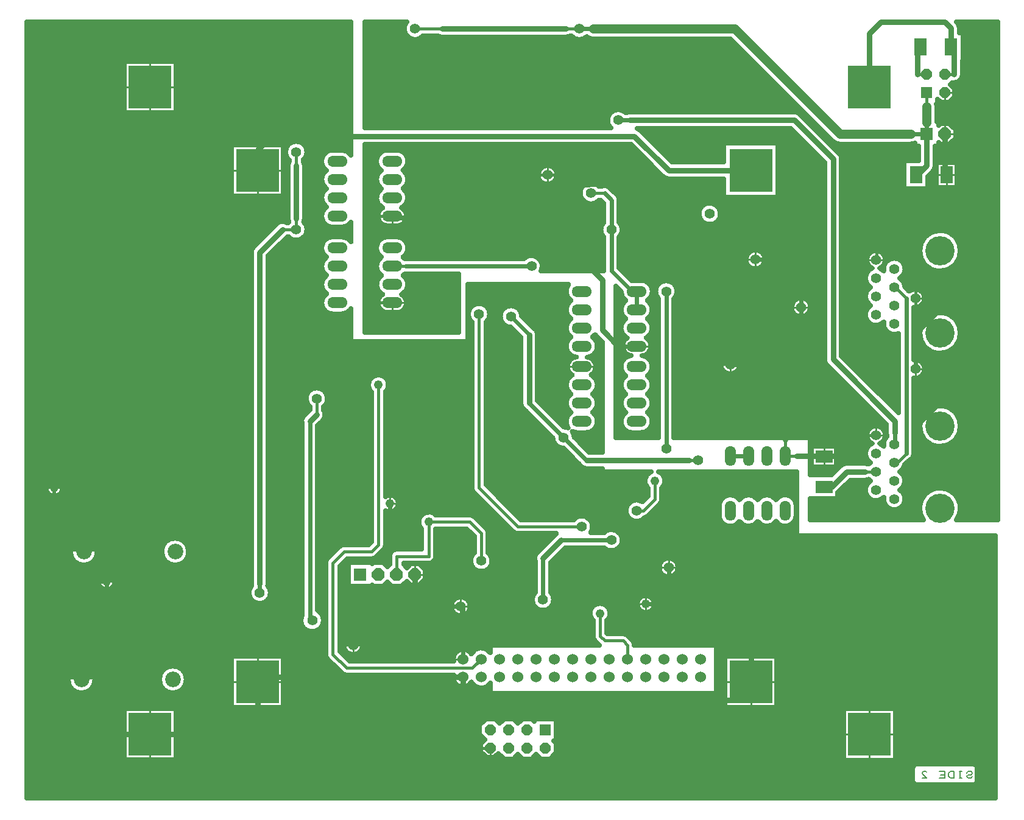
<source format=gbl>
%FSLAX23Y23*%
%MOIN*%
G04 EasyPC Gerber Version 14.0.2 Build 2922 *
%AMT73*0 Octagon Pad at angle 0*4,1,8,-0.01243,-0.03000,0.01243,-0.03000,0.03000,-0.01243,0.03000,0.01243,0.01243,0.03000,-0.01243,0.03000,-0.03000,0.01243,-0.03000,-0.01243,-0.01243,-0.03000,0*%
%ADD73T73*%
%AMT29*0 Octagon Pad at angle 0*4,1,8,-0.01450,-0.03500,0.01450,-0.03500,0.03500,-0.01450,0.03500,0.01450,0.01450,0.03500,-0.01450,0.03500,-0.03500,0.01450,-0.03500,-0.01450,-0.01450,-0.03500,0*%
%ADD29T29*%
%ADD84O,0.06000X0.11000*%
%ADD88R,0.06988X0.09252*%
%ADD72R,0.06000X0.06000*%
%ADD28R,0.07000X0.07000*%
%ADD25R,0.23622X0.23622*%
%ADD16C,0.00787*%
%ADD12C,0.01000*%
%ADD101C,0.01500*%
%ADD138C,0.01969*%
%ADD14C,0.02362*%
%ADD137C,0.02500*%
%ADD100C,0.03000*%
%ADD26C,0.04800*%
%ADD103C,0.05000*%
%ADD89C,0.05543*%
%ADD99C,0.05600*%
%ADD27C,0.06000*%
%ADD82O,0.11000X0.06000*%
%ADD87R,0.09252X0.06988*%
%ADD98C,0.08600*%
%ADD90C,0.16000*%
X0Y0D02*
D02*
D12*
X246Y1815D02*
X219D01*
X265Y1796D02*
Y1769D01*
Y1834D02*
Y1861D01*
X284Y1815D02*
X312D01*
X534Y1303D02*
X506D01*
X553Y1284D02*
Y1256D01*
Y1322D02*
Y1349D01*
X572Y1303D02*
X599D01*
X677Y465D02*
X649D01*
X677Y4008D02*
X649D01*
X790Y352D02*
Y324D01*
Y578D02*
Y606D01*
Y3895D02*
Y3868D01*
Y4122D02*
Y4149D01*
X903Y465D02*
X931D01*
X903Y4008D02*
X931D01*
X1264Y753D02*
X1237D01*
X1264Y3553D02*
X1237D01*
X1378Y639D02*
Y612D01*
Y866D02*
Y893D01*
Y3439D02*
Y3412D01*
Y3666D02*
Y3693D01*
X1491Y753D02*
X1518D01*
X1491Y3553D02*
X1518D01*
X1880Y953D02*
X1852D01*
X1903Y930D02*
Y902D01*
Y976D02*
Y1003D01*
X1925Y953D02*
X1953D01*
X2065Y2828D02*
X2038D01*
X2065Y3303D02*
X2038D01*
X2103Y1709D02*
Y1681D01*
Y1747D02*
Y1774D01*
X2115Y2803D02*
Y2775D01*
Y3278D02*
Y3250D01*
X2122Y1728D02*
X2149D01*
X2165Y2828D02*
X2192D01*
X2165Y3303D02*
X2192D01*
X2240Y1310D02*
Y1283D01*
Y1370D02*
Y1398D01*
X2270Y1340D02*
X2297D01*
X2467Y1165D02*
X2439D01*
X2478Y778D02*
X2450D01*
X2478Y877D02*
X2450D01*
X2490Y1142D02*
Y1115D01*
Y1188D02*
Y1216D01*
X2503Y753D02*
Y725D01*
Y903D02*
Y930D01*
X2513Y1165D02*
X2541D01*
X2628Y390D02*
X2600D01*
X2653Y365D02*
Y338D01*
X2942Y3528D02*
X2915D01*
X2965Y3505D02*
Y3477D01*
Y3551D02*
Y3578D01*
X2988Y3528D02*
X3015D01*
X3103Y2478D02*
X3075D01*
X3203D02*
X3230D01*
X3403Y2590D02*
X3375D01*
X3484Y1178D02*
X3456D01*
X3503Y1159D02*
Y1131D01*
Y1197D02*
Y1224D01*
Y2590D02*
X3530D01*
X3522Y1178D02*
X3549D01*
X3605Y1378D02*
X3577D01*
X3628Y1355D02*
Y1327D01*
Y1401D02*
Y1428D01*
X3651Y1378D02*
X3678D01*
X3942Y2490D02*
X3914D01*
X3964Y753D02*
X3937D01*
X3965Y2467D02*
Y2439D01*
Y2513D02*
Y2541D01*
X3988Y2490D02*
X4016D01*
X4078Y639D02*
Y612D01*
Y866D02*
Y893D01*
X4080Y3065D02*
X4052D01*
X4103Y3042D02*
Y3015D01*
Y3088D02*
Y3116D01*
X4126Y3065D02*
X4153D01*
X4191Y753D02*
X4218D01*
X4330Y2803D02*
X4302D01*
X4353Y2780D02*
Y2752D01*
Y2826D02*
Y2853D01*
X4376Y2803D02*
X4403D01*
X4436Y1986D02*
X4409D01*
X4478Y1956D02*
Y1928D01*
Y2016D02*
Y2043D01*
X4519Y1986D02*
X4546D01*
X4614Y464D02*
X4586D01*
X4727Y351D02*
Y323D01*
Y577D02*
Y605D01*
X4740Y2103D02*
X4712D01*
X4740Y3063D02*
X4712D01*
X4763Y2125D02*
Y2153D01*
Y3085D02*
Y3113D01*
X4785Y2103D02*
X4813D01*
X4785Y3063D02*
X4813D01*
X4840Y464D02*
X4868D01*
X4978Y2442D02*
Y2415D01*
Y2488D02*
Y2516D01*
Y2830D02*
Y2802D01*
Y2876D02*
Y2903D01*
X5001Y2465D02*
X5028D01*
X5001Y2853D02*
X5028D01*
X5118Y3528D02*
X5091D01*
X5140Y3723D02*
Y3695D01*
Y3783D02*
Y3810D01*
Y3953D02*
Y3925D01*
X5148Y3486D02*
Y3459D01*
Y3569D02*
Y3596D01*
X5165Y3978D02*
X5193D01*
X5170Y3753D02*
X5198D01*
X5178Y3528D02*
X5206D01*
D02*
D14*
X403Y1303D02*
X553D01*
Y465*
X1390Y1240D02*
Y1290D01*
X1678Y1090D02*
X1665D01*
Y2178*
X1828Y1240D02*
Y1378D01*
X1878Y1428*
X2015*
X2103Y1515*
Y1728*
X1903Y953D02*
Y1053D01*
Y1165*
X2190Y3028D02*
X2878D01*
X2240Y1165D02*
X1903D01*
X2490D02*
X2240D01*
X2503D02*
Y877D01*
X2865Y2653D02*
X2765Y2753D01*
X2940Y1202D02*
Y1428D01*
X3015Y3528D02*
X3103Y3440D01*
X3040Y1528D02*
X3315D01*
X3053Y2090D02*
X2865Y2278D01*
X3178Y1965D02*
X3053Y2090D01*
X3215Y4328D02*
X3140D01*
X3278Y3428D02*
X3315Y3390D01*
Y3228*
Y3003*
X3428Y2890*
X3453*
X3353Y2590D02*
X3453D01*
X3415Y3828D02*
X3353D01*
X3453Y2890D02*
Y2790D01*
X3615Y2890D02*
Y2028D01*
X3628Y1378D02*
Y1228D01*
X3965Y1178D02*
X3503D01*
X3965Y2490D02*
X4265D01*
X4065Y1990D02*
X3965D01*
X4103Y3065D02*
X4278D01*
X4353Y2553D02*
Y2803D01*
Y2990D02*
Y2803D01*
X4865Y2053D02*
Y2115D01*
X4928Y2003D02*
Y2853D01*
X4978Y2465D02*
Y2528D01*
X5040Y3753D02*
X4953D01*
X5040Y3815D02*
Y3753D01*
D02*
D16*
X5290Y234D02*
X5287Y228D01*
X5281Y224*
X5268*
X5262Y228*
X5259Y234*
X5262Y240*
X5268Y243*
X5281*
X5287Y246*
X5290Y253*
X5287Y259*
X5281Y262*
X5268*
X5262Y259*
X5259Y253*
X5231Y224D02*
X5218D01*
X5224D02*
Y262D01*
X5231D02*
X5218D01*
X5190Y224D02*
Y262D01*
X5171*
X5165Y259*
X5162Y256*
X5159Y249*
Y237*
X5162Y231*
X5165Y228*
X5171Y224*
X5190*
X5140D02*
Y262D01*
X5109*
X5115Y243D02*
X5140D01*
Y224D02*
X5109D01*
X5015D02*
X5040D01*
X5018Y246*
X5015Y253*
X5018Y259*
X5024Y262*
X5034*
X5040Y259*
D02*
D25*
X790Y465D03*
Y4008D03*
X1378Y753D03*
Y3553D03*
X4078Y753D03*
Y3553D03*
X4727Y464D03*
Y4008D03*
D02*
D26*
X265Y1815D03*
X553Y1303D03*
X2040Y2378D03*
X2103Y1728D03*
X2315Y1628D03*
X3253Y1127D03*
X3503Y1178D03*
X3553Y1853D03*
D02*
D27*
X2503Y778D03*
Y877D03*
X2603Y778D03*
Y877D03*
X2703Y778D03*
Y877D03*
X2803Y778D03*
Y877D03*
X2903Y778D03*
Y877D03*
X3003Y778D03*
Y877D03*
X3103Y778D03*
Y877D03*
X3203Y778D03*
Y877D03*
X3303Y778D03*
Y877D03*
X3403Y778D03*
Y877D03*
X3503Y778D03*
Y877D03*
X3603Y778D03*
Y877D03*
X3703Y778D03*
Y877D03*
X3803Y778D03*
Y877D03*
D02*
D28*
X1940Y1340D03*
X5040Y3753D03*
D02*
D29*
X2040Y1340D03*
X2140D03*
X2240D03*
X5140Y3753D03*
D02*
D72*
X2953Y490D03*
X5040Y3978D03*
D02*
D73*
X2653Y390D03*
Y490D03*
X2753Y390D03*
Y490D03*
X2853Y390D03*
Y490D03*
X2953Y390D03*
X5040Y4078D03*
X5140Y3978D03*
Y4078D03*
D02*
D82*
X1815Y2828D03*
Y2928D03*
Y3028D03*
Y3128D03*
Y3303D03*
Y3403D03*
Y3503D03*
Y3603D03*
X2115Y2828D03*
Y2928D03*
Y3028D03*
Y3128D03*
Y3303D03*
Y3403D03*
Y3503D03*
Y3603D03*
X3153Y2178D03*
Y2278D03*
Y2378D03*
Y2478D03*
Y2590D03*
Y2690D03*
Y2790D03*
Y2890D03*
X3453Y2178D03*
Y2278D03*
Y2378D03*
Y2478D03*
Y2590D03*
Y2690D03*
Y2790D03*
Y2890D03*
D02*
D84*
X3965Y1690D03*
Y1990D03*
X4065Y1690D03*
Y1990D03*
X4165Y1690D03*
Y1990D03*
X4265Y1690D03*
Y1990D03*
D02*
D87*
X4478Y1819D03*
Y1986D03*
D02*
D88*
X4982Y3528D03*
X5007Y4228D03*
X5148Y3528D03*
X5173Y4228D03*
D02*
D89*
X4763Y1803D03*
Y1903D03*
Y2003D03*
Y2103D03*
Y2763D03*
Y2863D03*
Y2963D03*
Y3063D03*
X4863Y1753D03*
Y1853D03*
Y1953D03*
Y2053D03*
Y2713D03*
Y2813D03*
Y2913D03*
Y3013D03*
D02*
D90*
X5113Y1703D03*
Y2153D03*
Y2663D03*
Y3113D03*
D02*
D98*
X415Y765D03*
X428Y1465D03*
X915Y765D03*
X928Y1465D03*
D02*
D99*
X1390Y1240D03*
X1590Y3228D03*
Y3653D03*
X1678Y1090D03*
X1703Y2303D03*
X1903Y953D03*
X2240Y4328D03*
X2490Y1165D03*
X2590Y2765D03*
X2603Y1415D03*
X2765Y2753D03*
X2878Y3028D03*
X2940Y1202D03*
X2965Y3528D03*
X3053Y2090D03*
X3140Y4328D03*
X3153Y1603D03*
X3203Y3428D03*
X3315Y1528D03*
Y3228D03*
X3353Y3828D03*
X3453Y1690D03*
X3615Y2028D03*
Y2890D03*
X3628Y1378D03*
X3790Y1965D03*
X3853Y3315D03*
X3965Y2490D03*
X4103Y3065D03*
X4353Y2803D03*
X4978Y2465D03*
Y2853D03*
D02*
D100*
X265Y1440D02*
X403Y1303D01*
X553Y465D02*
X790D01*
X1378*
Y753*
X1390Y1290D02*
Y3103D01*
X1515Y3228*
X1590Y3290D02*
Y3578D01*
X1665Y2178D02*
X1703Y2215D01*
X1903Y1165D02*
X1828Y1240D01*
X2015Y2828D02*
X1965Y2878D01*
Y3253*
X2015Y3303*
X2240Y1340D02*
Y1165D01*
X2503Y653D02*
Y440D01*
X2553Y390*
X2503Y653D02*
Y778D01*
X1378*
Y753*
X2865Y2278D02*
Y2653D01*
X2915Y3528D02*
X2678D01*
X2440Y3290*
X2940Y1428D02*
X3040Y1528D01*
X3065Y4328D02*
X2390D01*
X3103Y3440D02*
Y3115D01*
X3265Y2953*
Y2678*
X3353Y2590*
X3628Y1228D02*
X3578Y1178D01*
X3740Y1965D02*
X3178D01*
X4078Y753D02*
Y653D01*
X2503*
X4078Y753D02*
Y1065D01*
X3965Y1178*
X4078Y3553D02*
X3628D01*
X3440Y3740*
X1453*
X1378Y3665*
Y3553*
X4265Y2078D02*
Y2490D01*
X4290*
X4353Y2553*
X4278Y3065D02*
X4353Y2990D01*
X4328Y1990D02*
X4540D01*
X4653Y2103*
X4703*
Y1903D02*
X4603D01*
X4519Y1819*
X4727Y4008D02*
Y4302D01*
X4790Y4365*
X5140*
X5173Y4332*
Y4228*
X4865Y2115D02*
Y2180D01*
X4528Y2518*
Y3615*
X4315Y3828*
X3415*
X4978Y2528D02*
Y2803D01*
Y2903D02*
Y3115D01*
X4928Y3165*
X4815*
X4765Y3115*
X5007Y4228D02*
X4990D01*
Y4078*
X5040Y3753D02*
Y3578D01*
X4990Y3528*
X4982*
X5140Y3753D02*
Y3528D01*
X5148*
X5173Y4228D02*
X5190D01*
Y4078*
D02*
D101*
X1515Y3228D02*
X1590D01*
Y3290*
Y3578D02*
Y3653D01*
X1703Y2215D02*
Y2303D01*
X2015Y3303D02*
X2115D01*
Y2828D02*
X2015D01*
X2115Y3028D02*
X2190D01*
X2315Y1628D02*
Y1440D01*
X2140*
Y1340*
X2390Y4328D02*
X2240D01*
X2440Y3290D02*
X2115D01*
Y3303*
X2490Y1165D02*
X2503D01*
X2553Y390D02*
X2653D01*
X2590Y2765D02*
Y1815D01*
X2803Y1603*
X3153*
X2603Y877D02*
X2553Y828D01*
X1865*
X1790Y903*
Y1403*
X1853Y1465*
X2003*
X2040Y1503*
Y2378*
X2603Y1415D02*
Y1565D01*
X2540Y1628*
X2315*
X2965Y3528D02*
X3015D01*
X2965D02*
X2915D01*
X3140Y4328D02*
X3065D01*
X3203Y3428D02*
X3278D01*
X3253Y1127D02*
Y1002D01*
X3278Y978*
X3378*
X3403Y953*
Y877*
X3453Y1690D02*
X3490D01*
X3553Y1753*
Y1853*
X3578Y1178D02*
X3503D01*
X3790Y1965D02*
X3740D01*
X4265Y1990D02*
X4328D01*
X4265D02*
Y2078D01*
X4519Y1819D02*
X4478D01*
X4703Y2103D02*
X4763D01*
Y1903D02*
X4703D01*
X4765Y3115D02*
Y3063D01*
X4763*
X4863Y1953D02*
X4878D01*
X4928Y2003*
X4863Y2053D02*
X4865D01*
X4928Y2853D02*
X4868Y2913D01*
X4863*
X4978Y2803D02*
Y2853D01*
Y2903*
X4990Y4078D02*
X5040D01*
Y3978D02*
Y3903D01*
X5190Y4078D02*
X5140D01*
D02*
D103*
X4953Y3753D02*
X4565D01*
X3990Y4328*
X3215*
X5040Y3903D02*
Y3815D01*
D02*
D137*
X1890Y2794D02*
G75*
G02X1840Y2767I-50J34D01*
G01*
X1790*
G75*
G02X1756Y2878J60*
G01*
G75*
G02Y2978I34J50*
G01*
G75*
G02Y3078I34J50*
G01*
G75*
G02X1790Y3188I34J50*
G01*
X1840*
G75*
G02X1890Y3161J-60*
G01*
Y3269*
G75*
G02X1840Y3242I-50J34*
G01*
X1790*
G75*
G02X1756Y3353J60*
G01*
G75*
G02Y3453I34J50*
G01*
G75*
G02Y3553I34J50*
G01*
G75*
G02X1790Y3663I34J50*
G01*
X1840*
G75*
G02X1890Y3636J-60*
G01*
Y4365*
X115*
Y115*
X5415*
Y1553*
X4328*
Y1903*
X3574*
G75*
G02X3590Y1813I-21J-50*
G01*
Y1753*
G75*
G02X3579Y1726I-38J0*
G01*
X3517Y1663*
G75*
G02X3498Y1653I-27J27*
G01*
G75*
G02X3394Y1690I-45J37*
G01*
G75*
G02X3485Y1739I58*
G01*
X3515Y1768*
Y1813*
G75*
G02X3531Y1903I38J39*
G01*
X3265*
Y1920*
X3178*
G75*
G02X3136Y1947J45*
G01*
X3051Y2032*
G75*
G02X2994Y2089I1J58*
G01*
X2847Y2236*
G75*
G02X2820Y2278I18J42*
G01*
Y2638*
X2764Y2694*
G75*
G02X2707Y2753I1J58*
G01*
G75*
G02X2823Y2754I58*
G01*
X2883Y2694*
G75*
G02X2910Y2653I-18J-42*
G01*
Y2292*
X3054Y2148*
G75*
G02X3078Y2142I-1J-58*
G01*
G75*
G02X3094Y2228I49J35*
G01*
G75*
G02Y2328I34J50*
G01*
G75*
G02X3101Y2432I34J50*
G01*
G75*
G02X3123Y2530I26J46*
G01*
G75*
G02X3094Y2640I5J60*
G01*
G75*
G02Y2740I34J50*
G01*
G75*
G02Y2840I34J50*
G01*
G75*
G02X3080Y2928I34J50*
G01*
X2528*
Y2615*
X1890*
Y2794*
X219Y1815D02*
G75*
G02X312I46D01*
G01*
G75*
G02X219I-46*
G01*
X488Y765D02*
G75*
G02X342I-73D01*
G01*
G75*
G02X488I73*
G01*
X501Y1465D02*
G75*
G02X354I-73D01*
G01*
G75*
G02X501I73*
G01*
X506Y1303D02*
G75*
G02X599I46D01*
G01*
G75*
G02X506I-46*
G01*
X649Y324D02*
Y606D01*
X931*
Y324*
X649*
Y3868D02*
Y4149D01*
X931*
Y3868*
X649*
X988Y765D02*
G75*
G02X842I-73D01*
G01*
G75*
G02X988I73*
G01*
X1001Y1465D02*
G75*
G02X854I-73D01*
G01*
G75*
G02X1001I73*
G01*
X1237Y612D02*
Y893D01*
X1518*
Y612*
X1237*
Y3412D02*
Y3693D01*
X1518*
Y3412*
X1237*
X1346Y1278D02*
G75*
G02X1345Y1290I44J12D01*
G01*
Y3103*
G75*
G02X1358Y3135I45J0*
G01*
X1483Y3260*
G75*
G02X1540Y3265I32J-32*
G01*
X1546*
G75*
G02X1550Y3270I44J-38*
G01*
G75*
G02X1545Y3290I41J20*
G01*
Y3578*
G75*
G02X1552Y3602I45*
G01*
Y3608*
G75*
G02X1532Y3653I38J44*
G01*
G75*
G02X1648I58*
G01*
G75*
G02X1628Y3608I-58*
G01*
Y3602*
G75*
G02X1635Y3578I-38J-25*
G01*
Y3290*
G75*
G02X1631Y3270I-45*
G01*
G75*
G02X1648Y3228I-41J-42*
G01*
G75*
G02X1546Y3190I-58*
G01*
X1541*
X1435Y3084*
Y1290*
G75*
G02X1434Y1278I-45*
G01*
G75*
G02X1448Y1240I-44J-38*
G01*
G75*
G02X1332I-58*
G01*
G75*
G02X1346Y1278I58*
G01*
X1623Y1118D02*
Y2161D01*
G75*
G02X1633Y2210I42J17*
G01*
X1665Y2241*
Y2258*
G75*
G02X1644Y2303I38J44*
G01*
G75*
G02X1761I58*
G01*
G75*
G02X1740Y2258I-58*
G01*
Y2240*
G75*
G02X1735Y2183I-38J-25*
G01*
X1707Y2156*
Y1144*
G75*
G02X1739Y1090I-30J-54*
G01*
G75*
G02X1616I-62*
G01*
G75*
G02X1623Y1118I62*
G01*
X1852Y953D02*
G75*
G02X1953I51D01*
G01*
G75*
G02X1852I-51*
G01*
X2002Y2338D02*
G75*
G02X1986Y2378I38J39D01*
G01*
G75*
G02X2094I54*
G01*
G75*
G02X2078Y2338I-54*
G01*
Y1767*
G75*
G02X2149Y1728I25J-39*
G01*
G75*
G02X2078Y1688I-46*
G01*
Y1503*
G75*
G02X2067Y1476I-38J0*
G01*
X2029Y1438*
G75*
G02X2003Y1427I-27J27*
G01*
X1868*
X1828Y1387*
Y918*
X1881Y865*
X2451*
G75*
G02X2450Y877I51J12*
G01*
G75*
G02X2548Y904I53*
G01*
G75*
G02X2653Y911I54J-26*
G01*
Y953*
X3249*
X3226Y976*
G75*
G02X3215Y1002I27J27*
G01*
Y1088*
G75*
G02X3198Y1127I38J39*
G01*
G75*
G02X3307I54*
G01*
G75*
G02X3290Y1088I-54*
G01*
Y1018*
X3293Y1015*
X3378*
G75*
G02X3404Y1004I0J-38*
G01*
X3429Y979*
G75*
G02X3440Y953I-27J-27*
G01*
X3890*
Y690*
X2653*
Y744*
G75*
G02X2548Y751I-50J34*
G01*
G75*
G02X2450Y778I-46J26*
G01*
G75*
G02X2451Y790I52J0*
G01*
X1865*
G75*
G02X1838Y801I0J38*
G01*
X1763Y876*
G75*
G02X1752Y903I27J27*
G01*
Y1403*
G75*
G02X1763Y1429I38J0*
G01*
X1826Y1492*
G75*
G02X1853Y1503I27J-27*
G01*
X1987*
X2002Y1518*
Y2338*
X2005Y1282D02*
Y1275D01*
X1875*
Y1405*
X2005*
Y1398*
X2013Y1405*
X2067*
X2090Y1382*
X2102Y1395*
Y1440*
G75*
G02X2140Y1478I38*
G01*
X2277*
Y1588*
G75*
G02X2261Y1628I38J39*
G01*
G75*
G02X2354Y1665I54*
G01*
X2540*
G75*
G02X2567Y1654I0J-38*
G01*
X2629Y1592*
G75*
G02X2640Y1565I-27J-27*
G01*
Y1459*
G75*
G02X2661Y1415I-38J-44*
G01*
G75*
G02X2544I-58*
G01*
G75*
G02X2565Y1459I58*
G01*
Y1549*
X2524Y1590*
X2354*
G75*
G02X2353Y1588I-39J38*
G01*
Y1440*
G75*
G02X2315Y1402I-38*
G01*
X2178*
Y1395*
X2196Y1377*
X2216Y1398*
X2264*
X2297Y1364*
Y1316*
X2264Y1283*
X2216*
X2196Y1303*
X2167Y1275*
X2113*
X2090Y1298*
X2067Y1275*
X2013*
X2005Y1282*
X2439Y1165D02*
G75*
G02X2541I51D01*
G01*
G75*
G02X2439I-51*
G01*
X2552Y2721D02*
G75*
G02X2532Y2765I38J44D01*
G01*
G75*
G02X2648I58*
G01*
G75*
G02X2628Y2721I-58*
G01*
Y1831*
X2818Y1640*
X3108*
G75*
G02X3211Y1603I44J-38*
G01*
G75*
G02X3201Y1570I-58J0*
G01*
X3275*
G75*
G02X3373Y1528I40J-42*
G01*
G75*
G02X3275Y1485I-58*
G01*
X3062*
X2982Y1406*
Y1243*
G75*
G02X2998Y1202I-42J-40*
G01*
G75*
G02X2882I-58*
G01*
G75*
G02X2898Y1243I58*
G01*
Y1411*
G75*
G02X2908Y1460I42J17*
G01*
X3008Y1560*
G75*
G02X3014Y1565I32J-32*
G01*
X2803*
G75*
G02X2776Y1576I0J38*
G01*
X2563Y1788*
G75*
G02X2552Y1815I27J27*
G01*
Y2721*
X2623Y434D02*
X2592Y465D01*
Y515*
X2628Y550*
X2678*
X2703Y525*
X2728Y550*
X2778*
X2803Y525*
X2828Y550*
X2878*
X2892Y536*
Y550*
X3013*
Y430*
X2998*
X3013Y415*
Y365*
X2978Y330*
X2928*
X2903Y355*
X2878Y330*
X2828*
X2803Y355*
X2778Y330*
X2728*
X2697Y360*
X2674Y338*
X2631*
X2600Y368*
Y412*
X2623Y434*
X3456Y1178D02*
G75*
G02X3549I46D01*
G01*
G75*
G02X3456I-46*
G01*
X3577Y1378D02*
G75*
G02X3678I51D01*
G01*
G75*
G02X3577I-51*
G01*
X3937Y612D02*
Y893D01*
X4218*
Y612*
X3937*
X4015Y1631D02*
G75*
G02X3905Y1665I-50J34D01*
G01*
Y1715*
G75*
G02X4015Y1749I60*
G01*
G75*
G02X4115I50J-34*
G01*
G75*
G02X4215I50J-34*
G01*
G75*
G02X4325Y1715I50J-34*
G01*
Y1665*
G75*
G02X4215Y1631I-60*
G01*
G75*
G02X4115I-50J34*
G01*
G75*
G02X4015I-50J34*
G01*
X4586Y323D02*
Y605D01*
X4868*
Y323*
X4586*
X5316Y211D02*
G75*
G02X5294Y189I-23D01*
G01*
X4986*
G75*
G02X4964Y211J23*
G01*
Y279*
G75*
G02X4986Y301I23*
G01*
X5294*
G75*
G02X5316Y279J-23*
G01*
Y211*
X115Y1815D02*
G36*
Y1690D01*
X1345*
Y1815*
X312*
G75*
G02X219I-46*
G01*
X115*
G37*
X219D02*
G36*
G75*
G02X312I46D01*
G01*
X1345*
Y3103*
G75*
G02X1358Y3135I45J0*
G01*
X1483Y3260*
G75*
G02X1540Y3265I32J-32*
G01*
X1546*
G75*
G02X1550Y3270I44J-38*
G01*
G75*
G02X1545Y3290I41J20*
G01*
Y3553*
X1518*
Y3412*
X1237*
Y3553*
X115*
Y1815*
X219*
G37*
X1435D02*
G36*
Y1690D01*
X1623*
Y1815*
X1435*
G37*
X1623D02*
G36*
Y2161D01*
G75*
G02X1633Y2210I42J17*
G01*
X1665Y2241*
Y2258*
G75*
G02X1644Y2303I38J44*
G01*
G75*
G02X1761I58*
G01*
G75*
G02X1740Y2258I-58*
G01*
Y2240*
G75*
G02X1735Y2183I-38J-25*
G01*
X1707Y2156*
Y1815*
X2002*
Y2338*
G75*
G02X1986Y2378I38J39*
G01*
G75*
G02X2094I54*
G01*
G75*
G02X2078Y2338I-54*
G01*
Y1815*
X2552*
Y2721*
G75*
G02X2532Y2765I38J44*
G01*
G75*
G02X2648I58*
G01*
G75*
G02X2628Y2721I-58*
G01*
Y1831*
X2644Y1815*
X3513*
G75*
G02X3531Y1903I39J38*
G01*
X3265*
Y1920*
X3178*
G75*
G02X3136Y1947J45*
G01*
X3051Y2032*
G75*
G02X2994Y2089I1J58*
G01*
X2847Y2236*
G75*
G02X2820Y2278I18J42*
G01*
Y2638*
X2764Y2694*
G75*
G02X2707Y2753I1J58*
G01*
G75*
G02X2823Y2754I58*
G01*
X2883Y2694*
G75*
G02X2910Y2653I-18J-42*
G01*
Y2292*
X3054Y2148*
G75*
G02X3078Y2142I-1J-58*
G01*
G75*
G02X3094Y2228I49J35*
G01*
G75*
G02Y2328I34J50*
G01*
G75*
G02X3101Y2432I34J50*
G01*
G75*
G02X3123Y2530I26J46*
G01*
G75*
G02X3094Y2640I5J60*
G01*
G75*
G02Y2740I34J50*
G01*
G75*
G02Y2840I34J50*
G01*
G75*
G02X3080Y2928I34J50*
G01*
X2528*
Y2615*
X1890*
Y2794*
G75*
G02X1840Y2767I-50J34*
G01*
X1790*
G75*
G02X1756Y2878J60*
G01*
G75*
G02Y2978I34J50*
G01*
G75*
G02Y3078I34J50*
G01*
G75*
G02X1790Y3188I34J50*
G01*
X1840*
G75*
G02X1890Y3161J-60*
G01*
Y3269*
G75*
G02X1840Y3242I-50J34*
G01*
X1790*
G75*
G02X1756Y3353J60*
G01*
G75*
G02Y3453I34J50*
G01*
G75*
G02Y3553I34J50*
G01*
X1635*
Y3290*
G75*
G02X1631Y3270I-45*
G01*
G75*
G02X1648Y3228I-41J-42*
G01*
G75*
G02X1546Y3190I-58*
G01*
X1541*
X1435Y3084*
Y1815*
X1623*
G37*
X1707D02*
G36*
Y1690D01*
X2002*
Y1815*
X1707*
G37*
X2078D02*
G36*
Y1767D01*
G75*
G02X2149Y1728I25J-39*
G01*
G75*
G02X2130Y1690I-46*
G01*
X2661*
X2563Y1788*
G75*
G02X2552Y1815I27J27*
G01*
X2078*
G37*
X2644D02*
G36*
X2769Y1690D01*
X3394*
G75*
G02X3485Y1739I58*
G01*
X3515Y1768*
Y1813*
G75*
G02X3513Y1815I38J39*
G01*
X2644*
G37*
X115Y765D02*
G36*
Y465D01*
X649*
Y606*
X931*
Y465*
X2592*
Y515*
X2628Y550*
X2678*
X2703Y525*
X2728Y550*
X2778*
X2803Y525*
X2828Y550*
X2878*
X2892Y536*
Y550*
X3013*
Y465*
X4586*
Y605*
X4868*
Y465*
X5415*
Y765*
X4218*
Y612*
X3937*
Y765*
X3890*
Y690*
X2653*
Y744*
G75*
G02X2548Y751I-50J34*
G01*
G75*
G02X2452Y765I-46J26*
G01*
X1518*
Y612*
X1237*
Y765*
X988*
G75*
G02X842I-73*
G01*
X488*
G75*
G02X342I-73*
G01*
X115*
G37*
X342D02*
G36*
G75*
G02X488I73D01*
G01*
X842*
G75*
G02X988I73*
G01*
X1237*
Y893*
X1518*
Y765*
X2452*
G75*
G02X2451Y790I51J12*
G01*
X1865*
G75*
G02X1838Y801I0J38*
G01*
X1763Y876*
G75*
G02X1752Y903I27J27*
G01*
Y953*
X115*
Y765*
X342*
G37*
X3890Y953D02*
G36*
Y765D01*
X3937*
Y893*
X4218*
Y765*
X5415*
Y953*
X3890*
G37*
X115Y1465D02*
G36*
Y1378D01*
X1345*
Y1465*
X1001*
G75*
G02X854I-73*
G01*
X501*
G75*
G02X354I-73*
G01*
X115*
G37*
X354D02*
G36*
G75*
G02X501I73D01*
G01*
X854*
G75*
G02X1001I73*
G01*
X1345*
Y1690*
X115*
Y1465*
X354*
G37*
X1435D02*
G36*
Y1378D01*
X1623*
Y1465*
X1435*
G37*
X1623D02*
G36*
Y1690D01*
X1435*
Y1465*
X1623*
G37*
X1707D02*
G36*
Y1378D01*
X1752*
Y1403*
G75*
G02X1763Y1429I38J0*
G01*
X1799Y1465*
X1707*
G37*
X1799D02*
G36*
X1826Y1492D01*
G75*
G02X1853Y1503I27J-27*
G01*
X1987*
X2002Y1518*
Y1690*
X1707*
Y1465*
X1799*
G37*
X2056D02*
G36*
X2029Y1438D01*
G75*
G02X2003Y1427I-27J27*
G01*
X1868*
X1828Y1387*
Y1378*
X1875*
Y1405*
X2005*
Y1398*
X2013Y1405*
X2067*
X2090Y1382*
X2102Y1395*
Y1440*
G75*
G02X2112Y1465I38*
G01*
X2056*
G37*
X2112D02*
G36*
G75*
G02X2140Y1478I28J-25D01*
G01*
X2277*
Y1588*
G75*
G02X2261Y1628I38J39*
G01*
G75*
G02X2354Y1665I54*
G01*
X2540*
G75*
G02X2567Y1654I0J-38*
G01*
X2629Y1592*
G75*
G02X2640Y1565I-27J-27*
G01*
Y1465*
X2913*
X3008Y1560*
G75*
G02X3014Y1565I32J-32*
G01*
X2803*
G75*
G02X2776Y1576I0J38*
G01*
X2661Y1690*
X2130*
G75*
G02X2078Y1688I-27J38*
G01*
Y1503*
G75*
G02X2067Y1476I-38J0*
G01*
X2056Y1465*
X2112*
G37*
X2640D02*
G36*
Y1459D01*
G75*
G02X2661Y1415I-38J-44*
G01*
G75*
G02X2647Y1378I-58*
G01*
X2898*
Y1411*
G75*
G02X2908Y1460I42J17*
G01*
X2913Y1465*
X2640*
G37*
X3042D02*
G36*
X2982Y1406D01*
Y1378*
X3577*
G75*
G02X3678I51*
G01*
X5415*
Y1465*
X3042*
G37*
X5415D02*
G36*
Y1553D01*
X4328*
Y1690*
X4325*
Y1665*
G75*
G02X4215Y1631I-60*
G01*
G75*
G02X4115I-50J34*
G01*
G75*
G02X4015I-50J34*
G01*
G75*
G02X3905Y1665I-50J34*
G01*
Y1690*
X3544*
X3517Y1663*
G75*
G02X3498Y1653I-27J27*
G01*
G75*
G02X3394Y1690I-45J37*
G01*
X2769*
X2818Y1640*
X3108*
G75*
G02X3201Y1570I44J-38*
G01*
X3275*
G75*
G02X3373Y1528I40J-42*
G01*
G75*
G02X3275Y1485I-58*
G01*
X3062*
X3042Y1465*
X5415*
G37*
X115Y1303D02*
G36*
Y1165D01*
X1623*
Y1303*
X1435*
Y1290*
G75*
G02X1434Y1278I-45*
G01*
G75*
G02X1448Y1240I-44J-38*
G01*
G75*
G02X1332I-58*
G01*
G75*
G02X1346Y1278I58*
G01*
G75*
G02X1345Y1290I44J12*
G01*
Y1303*
X599*
G75*
G02X506I-46*
G01*
X115*
G37*
X506D02*
G36*
G75*
G02X599I46D01*
G01*
X1345*
Y1378*
X115*
Y1303*
X506*
G37*
X1623D02*
G36*
Y1378D01*
X1435*
Y1303*
X1623*
G37*
X1707D02*
G36*
Y1165D01*
X1752*
Y1303*
X1707*
G37*
X1752D02*
G36*
Y1378D01*
X1707*
Y1303*
X1752*
G37*
X1828D02*
G36*
Y1165D01*
X2439*
G75*
G02X2541I51*
G01*
X2895*
G75*
G02X2882Y1202I45J38*
G01*
G75*
G02X2898Y1243I58*
G01*
Y1303*
X2284*
X2264Y1283*
X2216*
X2196Y1303*
X2167Y1275*
X2113*
X2090Y1298*
X2067Y1275*
X2013*
X2005Y1282*
Y1275*
X1875*
Y1303*
X1828*
G37*
X1875D02*
G36*
Y1378D01*
X1828*
Y1303*
X1875*
G37*
X2898D02*
G36*
Y1378D01*
X2647*
G75*
G02X2544Y1415I-45J38*
G01*
G75*
G02X2565Y1459I58*
G01*
Y1549*
X2524Y1590*
X2354*
G75*
G02X2353Y1588I-39J38*
G01*
Y1440*
G75*
G02X2315Y1402I-38*
G01*
X2178*
Y1395*
X2196Y1377*
X2216Y1398*
X2264*
X2297Y1364*
Y1316*
X2284Y1303*
X2898*
G37*
X2982D02*
G36*
Y1243D01*
G75*
G02X2998Y1202I-42J-40*
G01*
G75*
G02X2985Y1165I-58*
G01*
X3213*
G75*
G02X3292I39J-38*
G01*
X3458*
G75*
G02X3456Y1178I45J13*
G01*
G75*
G02X3549I46*
G01*
G75*
G02X3547Y1165I-46J0*
G01*
X5415*
Y1303*
X2982*
G37*
X5415D02*
G36*
Y1378D01*
X3678*
G75*
G02X3577I-51*
G01*
X2982*
Y1303*
X5415*
G37*
X115Y465D02*
G36*
Y245D01*
X4964*
Y279*
G75*
G02X4986Y301I23*
G01*
X5294*
G75*
G02X5316Y279J-23*
G01*
Y245*
X5415*
Y465*
X4868*
Y323*
X4586*
Y465*
X3013*
Y430*
X2998*
X3013Y415*
Y365*
X2978Y330*
X2928*
X2903Y355*
X2878Y330*
X2828*
X2803Y355*
X2778Y330*
X2728*
X2697Y360*
X2674Y338*
X2631*
X2600Y368*
Y412*
X2623Y434*
X2592Y465*
Y465*
X931*
Y324*
X649*
Y465*
X115*
G37*
Y4008D02*
G36*
Y3553D01*
X1237*
Y3693*
X1518*
Y3553*
X1545*
Y3578*
G75*
G02X1552Y3602I45*
G01*
Y3608*
G75*
G02X1532Y3653I38J44*
G01*
G75*
G02X1648I58*
G01*
G75*
G02X1628Y3608I-58*
G01*
Y3602*
G75*
G02X1635Y3578I-38J-25*
G01*
Y3553*
X1756*
G75*
G02X1790Y3663I34J50*
G01*
X1840*
G75*
G02X1890Y3636J-60*
G01*
Y4008*
X931*
Y3868*
X649*
Y4008*
X115*
G37*
X649D02*
G36*
Y4149D01*
X931*
Y4008*
X1890*
Y4365*
X115*
Y4008*
X649*
G37*
X1752Y953D02*
G36*
Y1165D01*
X1707*
Y1144*
G75*
G02X1739Y1090I-30J-54*
G01*
G75*
G02X1616I-62*
G01*
G75*
G02X1623Y1118I62*
G01*
Y1165*
X115*
Y953*
X1752*
G37*
X1828D02*
G36*
Y918D01*
X1881Y865*
X2451*
G75*
G02X2548Y904I51J12*
G01*
G75*
G02X2653Y911I54J-26*
G01*
Y953*
X1953*
G75*
G02X1852I-51*
G01*
X1828*
G37*
X1852D02*
G36*
G75*
G02X1953I51D01*
G01*
X3249*
X3226Y976*
G75*
G02X3215Y1002I27J27*
G01*
Y1088*
G75*
G02X3198Y1127I38J39*
G01*
G75*
G02X3213Y1165I54*
G01*
X2985*
G75*
G02X2895I-45J38*
G01*
X2541*
G75*
G02X2439I-51*
G01*
X1828*
Y953*
X1852*
G37*
X5415D02*
G36*
Y1165D01*
X3547*
G75*
G02X3458I-45J13*
G01*
X3292*
G75*
G02X3307Y1127I-39J-38*
G01*
G75*
G02X3290Y1088I-54*
G01*
Y1018*
X3293Y1015*
X3378*
G75*
G02X3404Y1004I0J-38*
G01*
X3429Y979*
G75*
G02X3440Y953I-27J-27*
G01*
X5415*
G37*
X3905Y1690D02*
G36*
Y1715D01*
G75*
G02X4015Y1749I60*
G01*
G75*
G02X4115I50J-34*
G01*
G75*
G02X4215I50J-34*
G01*
G75*
G02X4325Y1715I50J-34*
G01*
Y1690*
X4328*
Y1903*
X3574*
G75*
G02X3590Y1813I-21J-50*
G01*
Y1753*
G75*
G02X3579Y1726I-38J0*
G01*
X3544Y1690*
X3905*
G37*
X115Y245D02*
G36*
Y115D01*
X5415*
Y245*
X5316*
Y211*
G75*
G02X5294Y189I-23*
G01*
X4986*
G75*
G02X4964Y211J23*
G01*
Y245*
X115*
G37*
X1965Y3695D02*
Y2665D01*
X2478*
Y2985*
X2190*
G75*
G02X2184Y2986J42*
G01*
G75*
G02X2174Y2978I-44J42*
G01*
G75*
G02X2166Y2873I-34J-50*
G01*
G75*
G02X2140Y2775I-26J-46*
G01*
X2090*
G75*
G02X2064Y2873J53*
G01*
G75*
G02X2056Y2978I26J54*
G01*
G75*
G02Y3078I34J50*
G01*
G75*
G02X2090Y3188I34J50*
G01*
X2140*
G75*
G02X2174Y3078J-60*
G01*
G75*
G02X2184Y3069I-34J-50*
G01*
G75*
G02X2190Y3070I6J-42*
G01*
X2837*
G75*
G02X2930Y3003I40J-42*
G01*
X3273*
Y3187*
G75*
G02Y3268I42J40*
G01*
Y3373*
X3256Y3390*
X3247*
G75*
G02X3144Y3428I-44J38*
G01*
G75*
G02X3247Y3465I58*
G01*
X3259*
G75*
G02X3307Y3457I19J-38*
G01*
X3345Y3420*
G75*
G02X3357Y3390I-30J-30*
G01*
Y3268*
G75*
G02Y3187I-42J-40*
G01*
Y3020*
X3427Y2950*
G75*
G02X3428Y2950I1J-61*
G01*
X3478*
G75*
G02X3511Y2840J-60*
G01*
G75*
G02Y2740I-34J-50*
G01*
G75*
G02X3504Y2636I-34J-50*
G01*
G75*
G02X3482Y2538I-26J-46*
G01*
G75*
G02X3511Y2428I-5J-60*
G01*
G75*
G02Y2328I-34J-50*
G01*
G75*
G02Y2228I-34J-50*
G01*
G75*
G02X3478Y2117I-34J-50*
G01*
X3428*
G75*
G02X3394Y2228J60*
G01*
G75*
G02Y2328I34J50*
G01*
G75*
G02Y2428I34J50*
G01*
G75*
G02X3423Y2538I34J50*
G01*
G75*
G02X3401Y2636I5J52*
G01*
G75*
G02X3394Y2740I26J54*
G01*
G75*
G02Y2840I34J50*
G01*
G75*
G02X3367Y2891I34J50*
G01*
X3340Y2918*
Y2090*
X3573*
Y2850*
G75*
G02X3557Y2890I42J40*
G01*
G75*
G02X3673I58*
G01*
G75*
G02X3657Y2850I-58*
G01*
Y2090*
X4403*
Y1885*
X4520*
X4570Y1935*
G75*
G02X4603Y1948I32J-32*
G01*
X4703*
G75*
G02X4722Y1944I0J-45*
G01*
G75*
G02X4733Y1953I41J-41*
G01*
G75*
G02X4742Y2057I30J50*
G01*
G75*
G02X4763Y2153I21J46*
G01*
G75*
G02X4783Y2057J-50*
G01*
G75*
G02X4805Y2042I-21J-54*
G01*
G75*
G02X4823Y2095I57J11*
G01*
Y2098*
G75*
G02X4820Y2115I42J17*
G01*
Y2161*
X4495Y2485*
G75*
G02X4482Y2518I32J32*
G01*
Y3596*
X4296Y3782*
X3457*
G75*
G02X3472Y3772I-17J-42*
G01*
X3646Y3598*
X3929*
Y3701*
X4226*
Y3404*
X3929*
Y3507*
X3628*
G75*
G02X3595Y3520I0J45*
G01*
X3421Y3695*
X1965*
X2056Y3453D02*
G75*
G02Y3553I34J50D01*
G01*
G75*
G02X2090Y3663I34J50*
G01*
X2140*
G75*
G02X2174Y3553J-60*
G01*
G75*
G02Y3453I-34J-50*
G01*
G75*
G02X2166Y3348I-34J-50*
G01*
G75*
G02X2140Y3250I-26J-46*
G01*
X2090*
G75*
G02X2064Y3348J53*
G01*
G75*
G02X2056Y3453I26J54*
G01*
X2915Y3528D02*
G75*
G02X3015I51D01*
G01*
G75*
G02X2915I-51*
G01*
X3794Y3315D02*
G75*
G02X3911I58D01*
G01*
G75*
G02X3794I-58*
G01*
X3914Y2490D02*
G75*
G02X4016I51D01*
G01*
G75*
G02X3914I-51*
G01*
X4052Y3065D02*
G75*
G02X4153I51D01*
G01*
G75*
G02X4052I-51*
G01*
X4302Y2803D02*
G75*
G02X4403I51D01*
G01*
G75*
G02X4302I-51*
G01*
X4546Y1928D02*
X4409D01*
Y2043*
X4546*
Y1928*
X1965Y3456D02*
G36*
Y3315D01*
X2039*
G75*
G02X2064Y3348I51J-13*
G01*
G75*
G02X2056Y3453I26J54*
G01*
G75*
G02X2051Y3456I34J50*
G01*
X1965*
G37*
X2051D02*
G36*
G75*
G02X2035Y3528I39J46D01*
G01*
X1965*
Y3456*
X2051*
G37*
X2179D02*
G36*
G75*
G02X2174Y3453I-39J46D01*
G01*
G75*
G02X2166Y3348I-34J-50*
G01*
G75*
G02X2191Y3315I-26J-46*
G01*
X3273*
Y3373*
X3256Y3390*
X3247*
G75*
G02X3144Y3428I-44J38*
G01*
G75*
G02X3152Y3456I58*
G01*
X2179*
G37*
X3152D02*
G36*
G75*
G02X3247Y3465I51J-29D01*
G01*
X3259*
G75*
G02X3307Y3457I19J-38*
G01*
X3345Y3420*
G75*
G02X3357Y3390I-30J-30*
G01*
Y3315*
X3794*
G75*
G02X3911I58*
G01*
X4482*
Y3596*
X4296Y3782*
X3457*
G75*
G02X3472Y3772I-17J-42*
G01*
X3646Y3598*
X3929*
Y3701*
X4226*
Y3404*
X3929*
Y3507*
X3628*
G75*
G02X3595Y3520I0J45*
G01*
X3588Y3528*
X3015*
G75*
G02X2915I-51*
G01*
X2195*
G75*
G02X2179Y3456I-55J-25*
G01*
X3152*
G37*
X2035Y3528D02*
G36*
G75*
G02X2056Y3553I55J-25D01*
G01*
G75*
G02X2090Y3663I34J50*
G01*
X2140*
G75*
G02X2174Y3553J-60*
G01*
G75*
G02X2195Y3528I-34J-50*
G01*
X2915*
G75*
G02X3015I51*
G01*
X3588*
X3421Y3695*
X1965*
Y3528*
X2035*
G37*
X1965Y3315D02*
G36*
Y2665D01*
X2478*
Y2985*
X2190*
G75*
G02X2184Y2986J42*
G01*
G75*
G02X2174Y2978I-44J42*
G01*
G75*
G02X2166Y2873I-34J-50*
G01*
G75*
G02X2140Y2775I-26J-46*
G01*
X2090*
G75*
G02X2064Y2873J53*
G01*
G75*
G02X2056Y2978I26J54*
G01*
G75*
G02Y3078I34J50*
G01*
G75*
G02X2090Y3188I34J50*
G01*
X2140*
G75*
G02X2174Y3078J-60*
G01*
G75*
G02X2184Y3069I-34J-50*
G01*
G75*
G02X2190Y3070I6J-42*
G01*
X2837*
G75*
G02X2930Y3003I40J-42*
G01*
X3273*
Y3187*
G75*
G02Y3268I42J40*
G01*
Y3315*
X2191*
G75*
G02X2140Y3250I-51J-13*
G01*
X2090*
G75*
G02X2039Y3315J53*
G01*
X1965*
G37*
X3357D02*
G36*
Y3268D01*
G75*
G02Y3187I-42J-40*
G01*
Y3065*
X4052*
G75*
G02X4153I51*
G01*
X4482*
Y3315*
X3911*
G75*
G02X3794I-58*
G01*
X3357*
G37*
X3657Y2490D02*
G36*
Y2090D01*
X4403*
Y1986*
X4409*
Y2043*
X4546*
Y1986*
X4707*
G75*
G02X4742Y2057I56J17*
G01*
G75*
G02X4763Y2153I21J46*
G01*
G75*
G02X4783Y2057J-50*
G01*
G75*
G02X4805Y2042I-21J-54*
G01*
G75*
G02X4823Y2095I57J11*
G01*
Y2098*
G75*
G02X4820Y2115I42J17*
G01*
Y2161*
X4495Y2485*
G75*
G02X4491Y2490I32J32*
G01*
X4016*
G75*
G02X3914I-51*
G01*
X3657*
G37*
X3914D02*
G36*
G75*
G02X4016I51D01*
G01*
X4491*
G75*
G02X4482Y2518I36J28*
G01*
Y2803*
X4403*
G75*
G02X4302I-51*
G01*
X3657*
Y2490*
X3914*
G37*
X3357Y3065D02*
G36*
Y3020D01*
X3427Y2950*
G75*
G02X3428Y2950I1J-61*
G01*
X3478*
G75*
G02X3511Y2840J-60*
G01*
G75*
G02Y2740I-34J-50*
G01*
G75*
G02X3504Y2636I-34J-50*
G01*
G75*
G02X3482Y2538I-26J-46*
G01*
G75*
G02X3511Y2428I-5J-60*
G01*
G75*
G02Y2328I-34J-50*
G01*
G75*
G02Y2228I-34J-50*
G01*
G75*
G02X3478Y2117I-34J-50*
G01*
X3428*
G75*
G02X3394Y2228J60*
G01*
G75*
G02Y2328I34J50*
G01*
G75*
G02Y2428I34J50*
G01*
G75*
G02X3423Y2538I34J50*
G01*
G75*
G02X3401Y2636I5J52*
G01*
G75*
G02X3394Y2740I26J54*
G01*
G75*
G02Y2840I34J50*
G01*
G75*
G02X3367Y2891I34J50*
G01*
X3340Y2918*
Y2090*
X3573*
Y2850*
G75*
G02X3557Y2890I42J40*
G01*
G75*
G02X3673I58*
G01*
G75*
G02X3657Y2850I-58*
G01*
Y2803*
X4302*
G75*
G02X4403I51*
G01*
X4482*
Y3065*
X4153*
G75*
G02X4052I-51*
G01*
X3357*
G37*
X4403Y1986D02*
G36*
Y1885D01*
X4520*
X4570Y1935*
G75*
G02X4603Y1948I32J-32*
G01*
X4703*
G75*
G02X4722Y1944I0J-45*
G01*
G75*
G02X4733Y1953I41J-41*
G01*
G75*
G02X4707Y1986I30J50*
G01*
X4546*
Y1928*
X4409*
Y1986*
X4403*
G37*
X1965Y3785D02*
X3312D01*
G75*
G02X3393Y3870I40J42*
G01*
X3398*
G75*
G02X3415Y3873I17J-42*
G01*
X4315*
G75*
G02X4347Y3860I0J-45*
G01*
X4560Y3647*
G75*
G02X4573Y3615I-32J-32*
G01*
Y2536*
X4885Y2224*
Y2659*
G75*
G02X4805Y2723I-23J53*
G01*
G75*
G02X4763Y2704I-43J39*
G01*
G75*
G02X4733Y2813J58*
G01*
G75*
G02Y2913I30J50*
G01*
G75*
G02X4742Y3017I30J50*
G01*
G75*
G02X4763Y3113I21J46*
G01*
G75*
G02X4783Y3017J-50*
G01*
G75*
G02X4805Y3002I-21J-54*
G01*
G75*
G02X4863Y3071I57J11*
G01*
G75*
G02X4892Y2963J-58*
G01*
G75*
G02X4921Y2913I-30J-50*
G01*
X4941Y2892*
G75*
G02X4945Y2891I-14J-40*
G01*
G75*
G02X5028Y2853I33J-38*
G01*
G75*
G02X4970Y2803I-51*
G01*
Y2515*
G75*
G02X5028Y2465I8J-50*
G01*
G75*
G02X4970Y2415I-51*
G01*
Y2003*
G75*
G02X4941Y1963I-42*
G01*
X4919Y1941*
G75*
G02X4892Y1903I-57J12*
G01*
G75*
G02Y1803I-30J-50*
G01*
G75*
G02X4863Y1694I-30J-50*
G01*
G75*
G02X4805Y1763J58*
G01*
G75*
G02X4763Y1744I-43J39*
G01*
G75*
G02X4733Y1853J58*
G01*
G75*
G02X4722Y1861I30J50*
G01*
G75*
G02X4703Y1857I-19J41*
G01*
X4621*
X4554Y1790*
Y1754*
X4403*
Y1640*
X5022*
G75*
G02X5113Y1813I91J63*
G01*
G75*
G02X5203Y1640I0J-110*
G01*
X5428*
Y4365*
X5204*
X5205Y4364*
G75*
G02X5219Y4332I-32J-32*
G01*
Y4304*
X5238*
Y4151*
X5235*
Y4078*
G75*
G02X5181Y4033I-45*
G01*
X5170Y4022*
X5193Y3999*
Y3956*
X5162Y3925*
X5118*
X5100Y3943*
Y3917*
X5093*
G75*
G02X5095Y3903I-53J-15*
G01*
Y3818*
X5105*
Y3799*
X5116Y3810*
X5164*
X5198Y3776*
Y3729*
X5164Y3695*
X5116*
X5105Y3706*
Y3687*
X5085*
Y3578*
G75*
G02X5072Y3545I-45J0*
G01*
X5047Y3520*
Y3451*
X4917*
Y3604*
X4995*
Y3687*
X4975*
Y3702*
G75*
G02X4953Y3697I-22J51*
G01*
X4565*
G75*
G02X4526Y3713I0J55*
G01*
X3967Y4272*
X3215*
G75*
G02X3180Y4285I0J55*
G01*
G75*
G02X3096Y4290I-40J43*
G01*
X3090*
G75*
G02X3065Y4282I-25J38*
G01*
X2390*
G75*
G02X2365Y4290J45*
G01*
X2284*
G75*
G02X2195Y4365I-44J38*
G01*
X1965*
Y3785*
X5091Y3459D02*
Y3596D01*
X5206*
Y3459*
X5091*
X5113Y2042D02*
G75*
G02Y2263J110D01*
G01*
G75*
G02Y2042J-110*
G01*
Y2552D02*
G75*
G02Y2773J110D01*
G01*
G75*
G02Y2552J-110*
G01*
Y3002D02*
G75*
G02Y3223J110D01*
G01*
G75*
G02Y3002J-110*
G01*
X5054Y3528D02*
G36*
X5047Y3520D01*
Y3451*
X4917*
Y3604*
X4995*
Y3687*
X4975*
Y3702*
G75*
G02X4953Y3697I-22J51*
G01*
X4565*
G75*
G02X4526Y3713I0J55*
G01*
X3967Y4272*
X3215*
G75*
G02X3180Y4285I0J55*
G01*
G75*
G02X3096Y4290I-40J43*
G01*
X3090*
G75*
G02X3065Y4282I-25J38*
G01*
X2390*
G75*
G02X2365Y4290J45*
G01*
X2284*
G75*
G02X2195Y4365I-44J38*
G01*
X1965*
Y3785*
X3312*
G75*
G02X3393Y3870I40J42*
G01*
X3398*
G75*
G02X3415Y3873I17J-42*
G01*
X4315*
G75*
G02X4347Y3860I0J-45*
G01*
X4560Y3647*
G75*
G02X4573Y3615I-32J-32*
G01*
Y2536*
X4885Y2224*
Y2659*
G75*
G02X4805Y2723I-23J53*
G01*
G75*
G02X4763Y2704I-43J39*
G01*
G75*
G02X4733Y2813J58*
G01*
G75*
G02Y2913I30J50*
G01*
G75*
G02X4742Y3017I30J50*
G01*
G75*
G02X4763Y3113I21J46*
G01*
G75*
G02X4767Y3113J-50*
G01*
X5002*
G75*
G02X5113Y3223I110*
G01*
G75*
G02X5223Y3113J-110*
G01*
X5428*
Y3528*
X5206*
Y3459*
X5091*
Y3528*
X5054*
G37*
X5091D02*
G36*
Y3596D01*
X5206*
Y3528*
X5428*
Y4365*
X5204*
X5205Y4364*
G75*
G02X5219Y4332I-32J-32*
G01*
Y4304*
X5238*
Y4151*
X5235*
Y4078*
G75*
G02X5181Y4033I-45*
G01*
X5170Y4022*
X5193Y3999*
Y3956*
X5162Y3925*
X5118*
X5100Y3943*
Y3917*
X5093*
G75*
G02X5095Y3903I-53J-15*
G01*
Y3818*
X5105*
Y3799*
X5116Y3810*
X5164*
X5198Y3776*
Y3729*
X5164Y3695*
X5116*
X5105Y3706*
Y3687*
X5085*
Y3578*
G75*
G02X5072Y3545I-45J0*
G01*
X5054Y3528*
X5091*
G37*
X4970Y2153D02*
G36*
Y2003D01*
G75*
G02X4941Y1963I-42*
G01*
X4919Y1941*
G75*
G02X4892Y1903I-57J12*
G01*
G75*
G02Y1803I-30J-50*
G01*
G75*
G02X4863Y1694I-30J-50*
G01*
G75*
G02X4805Y1763J58*
G01*
G75*
G02X4763Y1744I-43J39*
G01*
G75*
G02X4733Y1853J58*
G01*
G75*
G02X4722Y1861I30J50*
G01*
G75*
G02X4703Y1857I-19J41*
G01*
X4621*
X4554Y1790*
Y1754*
X4403*
Y1640*
X5022*
G75*
G02X5113Y1813I91J63*
G01*
G75*
G02X5203Y1640I0J-110*
G01*
X5428*
Y2153*
X5223*
G75*
G02X5113Y2042I-110*
G01*
G75*
G02X5002Y2153J110*
G01*
X4970*
G37*
X5002D02*
G36*
G75*
G02X5113Y2263I110D01*
G01*
G75*
G02X5223Y2153J-110*
G01*
X5428*
Y2663*
X5223*
G75*
G02X5113Y2552I-110*
G01*
G75*
G02X5002Y2663J110*
G01*
X4970*
Y2515*
G75*
G02X5028Y2465I8J-50*
G01*
G75*
G02X4970Y2415I-51*
G01*
Y2153*
X5002*
G37*
Y2663D02*
G36*
G75*
G02X5113Y2773I110D01*
G01*
G75*
G02X5223Y2663J-110*
G01*
X5428*
Y3113*
X5223*
G75*
G02X5113Y3002I-110*
G01*
G75*
G02X5002Y3113J110*
G01*
X4767*
G75*
G02X4783Y3017I-5J-50*
G01*
G75*
G02X4805Y3002I-21J-54*
G01*
G75*
G02X4863Y3071I57J11*
G01*
G75*
G02X4892Y2963J-58*
G01*
G75*
G02X4921Y2913I-30J-50*
G01*
X4941Y2892*
G75*
G02X4945Y2891I-14J-40*
G01*
G75*
G02X5028Y2853I33J-38*
G01*
G75*
G02X4970Y2803I-51*
G01*
Y2663*
X5002*
G37*
X3265Y2010D02*
Y2613D01*
X3233Y2645*
G75*
G02X3226Y2654I32J32*
G01*
G75*
G02X3211Y2640I-49J36*
G01*
G75*
G02X3182Y2530I-34J-50*
G01*
G75*
G02X3204Y2432I-5J-52*
G01*
G75*
G02X3211Y2328I-26J-54*
G01*
G75*
G02Y2228I-34J-50*
G01*
G75*
G02X3178Y2117I-34J-50*
G01*
X3128*
G75*
G02X3100Y2124I0J60*
G01*
G75*
G02X3111Y2091I-48J-34*
G01*
X3192Y2010*
X3265*
G36*
Y2613*
X3233Y2645*
G75*
G02X3226Y2654I32J32*
G01*
G75*
G02X3211Y2640I-49J36*
G01*
G75*
G02X3182Y2530I-34J-50*
G01*
G75*
G02X3204Y2432I-5J-52*
G01*
G75*
G02X3211Y2328I-26J-54*
G01*
G75*
G02Y2228I-34J-50*
G01*
G75*
G02X3178Y2117I-34J-50*
G01*
X3128*
G75*
G02X3100Y2124I0J60*
G01*
G75*
G02X3111Y2091I-48J-34*
G01*
X3192Y2010*
X3265*
G37*
D02*
D138*
X265Y1815D02*
Y1440D01*
X0Y0D02*
M02*

</source>
